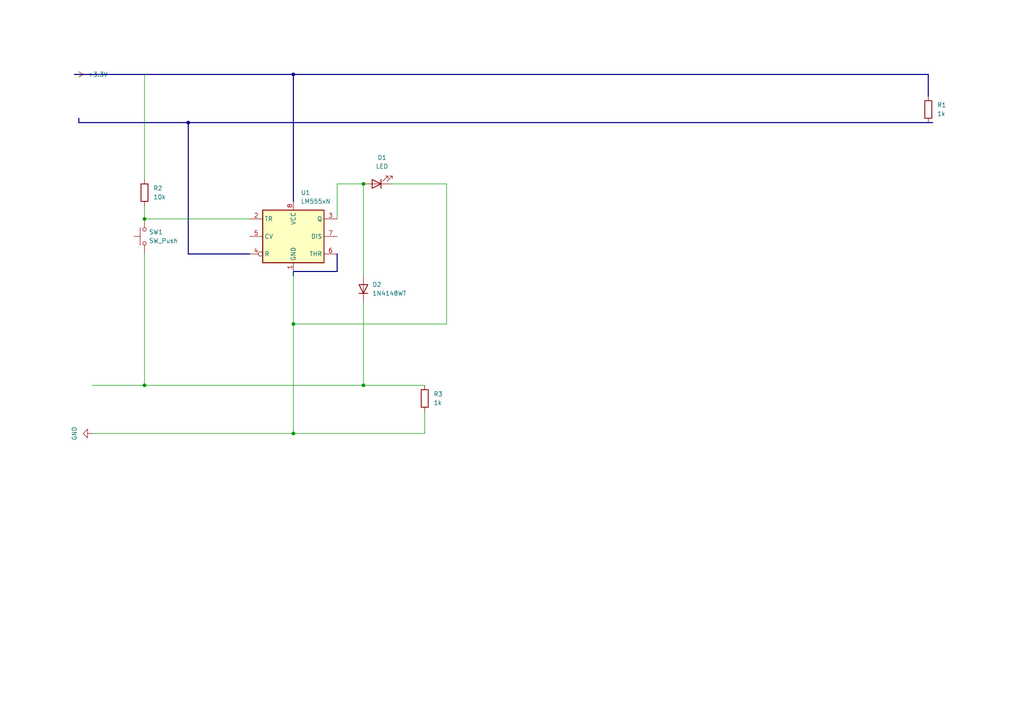
<source format=kicad_sch>
(kicad_sch (version 20250114) (generator "eeschema") (generator_version "9.0")
  (paper "A4")
  (lib_symbols
    (symbol "Device:LED" (pin_numbers (hide yes)) (pin_names (offset 1.016) (hide yes))
      (property "Reference" "D" (at 0 2.54 0))
      (property "Value" "LED" (at 0 -2.54 0))
      (symbol "LED_0_1"
        (polyline (pts (xy -3.048 -0.762) (xy -4.572 -2.286) (xy -3.81 -2.286) (xy -4.572 -2.286) (xy -4.572 -1.524)))
        (polyline (pts (xy -1.778 -0.762) (xy -3.302 -2.286) (xy -2.54 -2.286) (xy -3.302 -2.286) (xy -3.302 -1.524)))
        (polyline (pts (xy -1.27 0) (xy 1.27 0)))
        (polyline (pts (xy -1.27 -1.27) (xy -1.27 1.27)) (stroke (width 0.254)))
        (polyline (pts (xy 1.27 -1.27) (xy 1.27 1.27) (xy -1.27 0) (xy 1.27 -1.27)) (stroke (width 0.254)))
      )
      (symbol "LED_1_1"
        (pin passive line (at -3.81 0 0) (length 2.54) (name "K") (number "1"))
        (pin passive line (at 3.81 0 180) (length 2.54) (name "A") (number "2"))
      )
    )
    (symbol "Device:R" (pin_numbers (hide yes)) (pin_names (offset 0))
      (property "Reference" "R" (at 2.032 0 90))
      (property "Value" "R" (at 0 0 90))
      (symbol "R_0_1"
        (rectangle (start -1.016 -2.54) (end 1.016 2.54) (stroke (width 0.254)))
      )
      (symbol "R_1_1"
        (pin passive line (at 0 3.81 270) (length 1.27) (name "~") (number "1"))
        (pin passive line (at 0 -3.81 90) (length 1.27) (name "~") (number "2"))
      )
    )
    (symbol "Diode:1N4148WT" (pin_numbers (hide yes)) (pin_names (hide yes))
      (property "Reference" "D" (at 0 2.54 0))
      (property "Value" "1N4148WT" (at 0 -2.54 0))
      (symbol "1N4148WT_0_1"
        (polyline (pts (xy -1.27 1.27) (xy -1.27 -1.27)) (stroke (width 0.254)))
        (polyline (pts (xy 1.27 1.27) (xy 1.27 -1.27) (xy -1.27 0) (xy 1.27 1.27)) (stroke (width 0.254)))
        (polyline (pts (xy 1.27 0) (xy -1.27 0)))
      )
      (symbol "1N4148WT_1_1"
        (pin passive line (at -3.81 0 0) (length 2.54) (name "K") (number "1"))
        (pin passive line (at 3.81 0 180) (length 2.54) (name "A") (number "2"))
      )
    )
    (symbol "Switch:SW_Push" (pin_numbers (hide yes)) (pin_names (offset 1.016) (hide yes))
      (property "Reference" "SW" (at 1.27 2.54 0))
      (property "Value" "SW_Push" (at 0 -1.524 0))
      (symbol "SW_Push_0_1"
        (circle (center -2.032 0) (radius 0.508))
        (polyline (pts (xy 0 1.27) (xy 0 3.048)))
        (circle (center 2.032 0) (radius 0.508))
        (polyline (pts (xy 2.54 1.27) (xy -2.54 1.27)))
        (pin passive line (at -5.08 0 0) (length 2.54) (name "1") (number "1"))
        (pin passive line (at 5.08 0 180) (length 2.54) (name "2") (number "2"))
      )
    )
    (symbol "Timer:LM555xN"
      (property "Reference" "U" (at -10.16 8.89 0))
      (property "Value" "LM555xN" (at 2.54 8.89 0))
      (symbol "LM555xN_0_0"
        (pin power_in line (at 0 10.16 270) (length 2.54) (name "VCC") (number "8"))
        (pin power_in line (at 0 -10.16 90) (length 2.54) (name "GND") (number "1"))
      )
      (symbol "LM555xN_0_1"
        (rectangle (start -8.89 -7.62) (end 8.89 7.62) (stroke (width 0.254)) (fill (type background)))
        (rectangle (start -8.89 -7.62) (end 8.89 7.62) (stroke (width 0.254)) (fill (type background)))
      )
      (symbol "LM555xN_1_1"
        (pin input line (at -12.7 5.08 0) (length 3.81) (name "TR") (number "2"))
        (pin input line (at -12.7 0 0) (length 3.81) (name "CV") (number "5"))
        (pin input inverted (at -12.7 -5.08 0) (length 3.81) (name "R") (number "4"))
        (pin output line (at 12.7 5.08 180) (length 3.81) (name "Q") (number "3"))
        (pin input line (at 12.7 0 180) (length 3.81) (name "DIS") (number "7"))
        (pin input line (at 12.7 -5.08 180) (length 3.81) (name "THR") (number "6"))
      )
    )
    (symbol "power:+3.3V" (power) (pin_numbers (hide yes)) (pin_names (offset 0) (hide yes))
      (property "Value" "+3.3V" (at 0 3.556 0))
      (symbol "+3.3V_0_1"
        (polyline (pts (xy -0.762 1.27) (xy 0 2.54)))
        (polyline (pts (xy 0 2.54) (xy 0.762 1.27)))
        (polyline (pts (xy 0 0) (xy 0 2.54)))
      )
      (symbol "+3.3V_1_1"
        (pin power_in line (at 0 0 90) (length 0) (name "~") (number "1"))
      )
    )
    (symbol "power:GND" (power) (pin_numbers (hide yes)) (pin_names (offset 0) (hide yes))
      (property "Value" "GND" (at 0 -3.81 0))
      (symbol "GND_0_1"
        (polyline (pts (xy 0 0) (xy 0 -1.27) (xy 1.27 -1.27) (xy 0 -2.54) (xy -1.27 -1.27) (xy 0 -1.27)))
      )
      (symbol "GND_1_1"
        (pin power_in line (at 0 0 270) (length 0) (name "~") (number "1"))
      )
    )
  )
  (junction (at 85.09 21.59))
  (junction (at 105.41 111.76))
  (junction (at 85.09 93.98))
  (junction (at 105.41 53.34))
  (junction (at 41.91 111.76))
  (junction (at 54.61 35.56))
  (junction (at 41.91 63.5))
  (junction (at 85.09 125.73))
  (wire (pts (xy 123.19 125.73) (xy 123.19 119.38)))
  (bus (pts (xy 85.09 78.74) (xy 85.09 80.01)))
  (bus (pts (xy 85.09 21.59) (xy 85.09 58.42)))
  (wire (pts (xy 26.67 125.73) (xy 85.09 125.73)))
  (wire (pts (xy 97.79 63.5) (xy 97.79 53.34)))
  (wire (pts (xy 105.41 53.34) (xy 105.41 80.01)))
  (bus (pts (xy 54.61 73.66) (xy 54.61 35.56)))
  (wire (pts (xy 85.09 125.73) (xy 123.19 125.73)))
  (wire (pts (xy 85.09 78.74) (xy 85.09 93.98)))
  (wire (pts (xy 41.91 111.76) (xy 105.41 111.76)))
  (bus (pts (xy 85.09 21.59) (xy 269.24 21.59)))
  (wire (pts (xy 41.91 21.59) (xy 41.91 52.07)))
  (wire (pts (xy 41.91 63.5) (xy 72.39 63.5)))
  (wire (pts (xy 105.41 87.63) (xy 105.41 111.76)))
  (wire (pts (xy 41.91 59.69) (xy 41.91 63.5)))
  (wire (pts (xy 97.79 53.34) (xy 105.41 53.34)))
  (bus (pts (xy 270.51 35.56) (xy 54.61 35.56)))
  (bus (pts (xy 72.39 73.66) (xy 54.61 73.66)))
  (bus (pts (xy 54.61 35.56) (xy 22.86 35.56)))
  (bus (pts (xy 97.79 73.66) (xy 97.79 78.74)))
  (bus (pts (xy 97.79 78.74) (xy 85.09 78.74)))
  (wire (pts (xy 26.67 111.76) (xy 41.91 111.76)))
  (wire (pts (xy 129.54 93.98) (xy 85.09 93.98)))
  (wire (pts (xy 129.54 53.34) (xy 129.54 93.98)))
  (wire (pts (xy 41.91 73.66) (xy 41.91 111.76)))
  (wire (pts (xy 113.03 53.34) (xy 129.54 53.34)))
  (wire (pts (xy 105.41 111.76) (xy 123.19 111.76)))
  (wire (pts (xy 85.09 125.73) (xy 85.09 93.98)))
  (bus (pts (xy 22.86 34.29) (xy 22.86 35.56)))
  (bus (pts (xy 21.59 21.59) (xy 85.09 21.59)))
  (bus (pts (xy 269.24 27.94) (xy 269.24 21.59)))
  (symbol (lib_id "Switch:SW_Push") (at 41.91 68.58 90) (unit 1)
    (property "Reference" "SW1" (at 43.18 67.3099 90) (effects (justify right)))
    (property "Value" "SW_Push" (at 43.18 69.8499 90) (effects (justify right)))
    (property "Description" "Push button switch, generic, two pins" (effects (hide yes)))
  )
  (symbol (lib_id "power:GND") (at 26.67 125.73 270) (unit 1)
    (property "Reference" "#PWR02" (effects (hide yes)))
    (property "Value" "GND" (at 21.59 125.73 0))
    (property "Description" "Power symbol creates a global label with name \"GND\" , ground" (effects (hide yes)))
  )
  (symbol (lib_id "Device:R") (at 41.91 55.88 0) (unit 1)
    (property "Reference" "R2" (at 44.45 54.6099 0) (effects (justify left)))
    (property "Value" "10k" (at 44.45 57.1499 0) (effects (justify left)))
    (property "Description" "Resistor" (effects (hide yes)))
  )
  (symbol (lib_id "Device:LED") (at 109.22 53.34 180) (unit 1)
    (property "Reference" "D1" (at 110.8075 45.72 0))
    (property "Value" "LED" (at 110.8075 48.26 0))
    (property "Description" "Light emitting diode" (effects (hide yes)))
    (property "Sim.Pins" "1=K 2=A" (effects (hide yes)))
  )
  (symbol (lib_id "Diode:1N4148WT") (at 105.41 83.82 90) (unit 1)
    (property "Reference" "D2" (at 107.95 82.5499 90) (effects (justify right)))
    (property "Value" "1N4148WT" (at 107.95 85.0899 90) (effects (justify right)))
    (property "Footprint" "Diode_SMD:D_SOD-523" (effects (hide yes)))
    (property "Datasheet" "https://www.diodes.com/assets/Datasheets/ds30396.pdf" (effects (hide yes)))
    (property "Description" "75V 0.15A Fast switching Diode, SOD-523" (effects (hide yes)))
    (property "Sim.Device" "D" (effects (hide yes)))
    (property "Sim.Pins" "1=K 2=A" (effects (hide yes)))
  )
  (symbol (lib_id "Timer:LM555xN") (at 85.09 68.58 0) (unit 1)
    (property "Reference" "U1" (at 87.2333 55.88 0) (effects (justify left)))
    (property "Value" "LM555xN" (at 87.2333 58.42 0) (effects (justify left)))
    (property "Footprint" "Package_DIP:DIP-8_W7.62mm" (effects (hide yes)))
    (property "Datasheet" "http://www.ti.com/lit/ds/symlink/lm555.pdf" (effects (hide yes)))
    (property "Description" "Timer, 555 compatible, PDIP-8" (effects (hide yes)))
  )
  (symbol (lib_id "power:+3.3V") (at 21.59 21.59 270) (unit 1)
    (property "Reference" "#PWR01" (effects (hide yes)))
    (property "Value" "+3.3V" (at 25.4 21.5899 90) (effects (justify left)))
    (property "Description" "Power symbol creates a global label with name \"+3.3V\"" (effects (hide yes)))
  )
  (symbol (lib_id "Device:R") (at 269.24 31.75 0) (unit 1)
    (property "Reference" "R1" (at 271.78 30.4799 0) (effects (justify left)))
    (property "Value" "1k" (at 271.78 33.0199 0) (effects (justify left)))
    (property "Description" "Resistor" (effects (hide yes)))
  )
  (symbol (lib_id "Device:R") (at 123.19 115.57 0) (unit 1)
    (property "Reference" "R3" (at 125.73 114.2999 0) (effects (justify left)))
    (property "Value" "1k" (at 125.73 116.8399 0) (effects (justify left)))
    (property "Description" "Resistor" (effects (hide yes)))
  )
)
</source>
